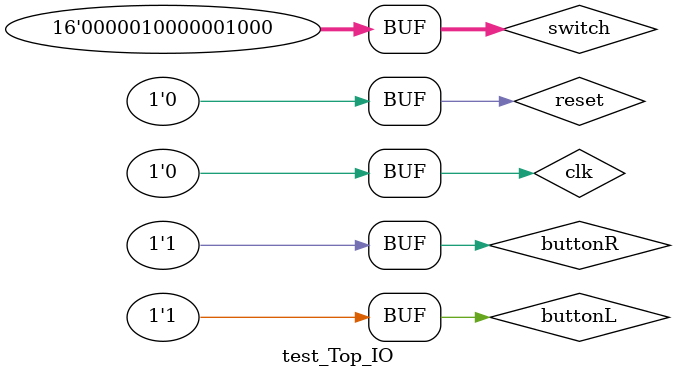
<source format=sv>
`timescale 1ns / 1ps


module test_Top_IO();
    logic 		 clk;	  // CLK100MHZ
    logic 		 reset;   // BTNC
    logic 		 buttonL; // BTNL
    logic 		 buttonR; // BTNR
    logic [15:0] switch;  // SW
    logic [7:0]  AN;
    logic [6:0]  A2G;
    
    // instantiate device to be tested
    Top_IO top_IO(.clk(clk),
                  .reset(reset),
                  .buttonL(buttonL),
                  .buttonR(buttonR),
                  .switch(switch),
                  .AN(AN),
                  .A2G(A2G));
    
    // initialize test
    initial begin
        #0; reset <= 1;
        #2; reset <= 0;
        #2; buttonL <= 1; buttonR <= 1;
        #2; switch 	<= 16'b00000100_00001000; // 4 + 8
    end
    
    // generate clock to sequence tests
    always begin
        clk <= 1; # 5;
        clk <= 0; # 5;
    end
    
endmodule
</source>
